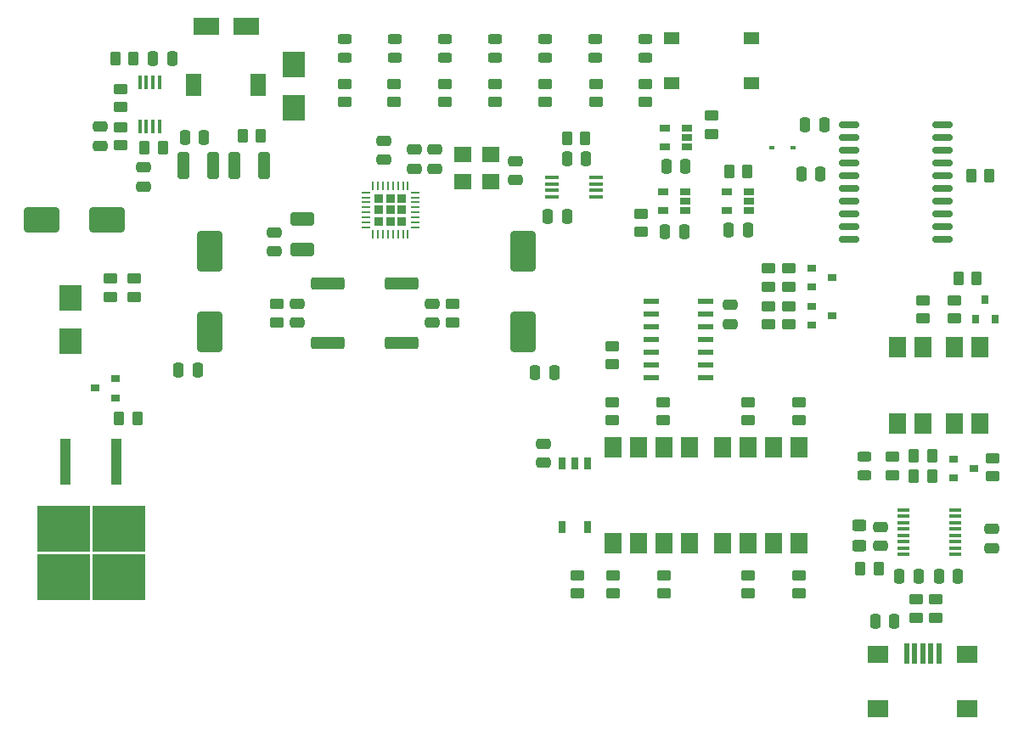
<source format=gbr>
%TF.GenerationSoftware,KiCad,Pcbnew,(6.0.4)*%
%TF.CreationDate,2022-07-31T14:49:55+02:00*%
%TF.ProjectId,HPDriver,48504472-6976-4657-922e-6b696361645f,1.0*%
%TF.SameCoordinates,Original*%
%TF.FileFunction,Paste,Top*%
%TF.FilePolarity,Positive*%
%FSLAX46Y46*%
G04 Gerber Fmt 4.6, Leading zero omitted, Abs format (unit mm)*
G04 Created by KiCad (PCBNEW (6.0.4)) date 2022-07-31 14:49:55*
%MOMM*%
%LPD*%
G01*
G04 APERTURE LIST*
G04 Aperture macros list*
%AMRoundRect*
0 Rectangle with rounded corners*
0 $1 Rounding radius*
0 $2 $3 $4 $5 $6 $7 $8 $9 X,Y pos of 4 corners*
0 Add a 4 corners polygon primitive as box body*
4,1,4,$2,$3,$4,$5,$6,$7,$8,$9,$2,$3,0*
0 Add four circle primitives for the rounded corners*
1,1,$1+$1,$2,$3*
1,1,$1+$1,$4,$5*
1,1,$1+$1,$6,$7*
1,1,$1+$1,$8,$9*
0 Add four rect primitives between the rounded corners*
20,1,$1+$1,$2,$3,$4,$5,0*
20,1,$1+$1,$4,$5,$6,$7,0*
20,1,$1+$1,$6,$7,$8,$9,0*
20,1,$1+$1,$8,$9,$2,$3,0*%
G04 Aperture macros list end*
%ADD10RoundRect,0.250000X-0.325000X-1.100000X0.325000X-1.100000X0.325000X1.100000X-0.325000X1.100000X0*%
%ADD11RoundRect,0.250000X0.325000X1.100000X-0.325000X1.100000X-0.325000X-1.100000X0.325000X-1.100000X0*%
%ADD12RoundRect,0.250000X0.925000X-0.412500X0.925000X0.412500X-0.925000X0.412500X-0.925000X-0.412500X0*%
%ADD13RoundRect,0.250000X1.000000X-1.750000X1.000000X1.750000X-1.000000X1.750000X-1.000000X-1.750000X0*%
%ADD14RoundRect,0.250000X1.500000X1.000000X-1.500000X1.000000X-1.500000X-1.000000X1.500000X-1.000000X0*%
%ADD15RoundRect,0.249999X-0.450001X0.325001X-0.450001X-0.325001X0.450001X-0.325001X0.450001X0.325001X0*%
%ADD16RoundRect,0.250000X0.475000X-0.250000X0.475000X0.250000X-0.475000X0.250000X-0.475000X-0.250000X0*%
%ADD17RoundRect,0.250000X-0.475000X0.250000X-0.475000X-0.250000X0.475000X-0.250000X0.475000X0.250000X0*%
%ADD18RoundRect,0.250000X0.250000X0.475000X-0.250000X0.475000X-0.250000X-0.475000X0.250000X-0.475000X0*%
%ADD19RoundRect,0.250000X-0.250000X-0.475000X0.250000X-0.475000X0.250000X0.475000X-0.250000X0.475000X0*%
%ADD20R,2.500000X1.800000*%
%ADD21R,2.300000X2.500000*%
%ADD22RoundRect,0.243750X-0.456250X0.243750X-0.456250X-0.243750X0.456250X-0.243750X0.456250X0.243750X0*%
%ADD23R,0.900000X0.800000*%
%ADD24R,0.600000X0.450000*%
%ADD25R,0.500000X2.000000*%
%ADD26R,2.000000X1.700000*%
%ADD27R,5.250000X4.550000*%
%ADD28R,1.100000X4.600000*%
%ADD29RoundRect,0.249900X1.425100X-0.362600X1.425100X0.362600X-1.425100X0.362600X-1.425100X-0.362600X0*%
%ADD30RoundRect,0.250000X-0.450000X0.262500X-0.450000X-0.262500X0.450000X-0.262500X0.450000X0.262500X0*%
%ADD31RoundRect,0.250000X-0.262500X-0.450000X0.262500X-0.450000X0.262500X0.450000X-0.262500X0.450000X0*%
%ADD32R,0.450000X1.450000*%
%ADD33RoundRect,0.232500X-0.232500X-0.232500X0.232500X-0.232500X0.232500X0.232500X-0.232500X0.232500X0*%
%ADD34RoundRect,0.062500X-0.375000X-0.062500X0.375000X-0.062500X0.375000X0.062500X-0.375000X0.062500X0*%
%ADD35RoundRect,0.062500X-0.062500X-0.375000X0.062500X-0.375000X0.062500X0.375000X-0.062500X0.375000X0*%
%ADD36R,1.200000X0.400000*%
%ADD37R,1.780000X2.000000*%
%ADD38R,0.800000X1.200000*%
%ADD39R,1.500000X0.600000*%
%ADD40R,1.450000X0.450000*%
%ADD41RoundRect,0.150000X-0.875000X-0.150000X0.875000X-0.150000X0.875000X0.150000X-0.875000X0.150000X0*%
%ADD42R,1.060000X0.650000*%
%ADD43R,0.800000X0.900000*%
%ADD44RoundRect,0.250000X0.450000X-0.262500X0.450000X0.262500X-0.450000X0.262500X-0.450000X-0.262500X0*%
%ADD45RoundRect,0.250000X0.262500X0.450000X-0.262500X0.450000X-0.262500X-0.450000X0.262500X-0.450000X0*%
%ADD46R,1.800000X1.540000*%
%ADD47R,1.500000X2.200000*%
%ADD48RoundRect,0.243750X0.456250X-0.243750X0.456250X0.243750X-0.456250X0.243750X-0.456250X-0.243750X0*%
%ADD49R,1.550000X1.300000*%
%ADD50RoundRect,0.250100X-0.449900X0.262400X-0.449900X-0.262400X0.449900X-0.262400X0.449900X0.262400X0*%
G04 APERTURE END LIST*
D10*
X100887000Y-83439000D03*
X103837000Y-83439000D03*
D11*
X108917000Y-83439000D03*
X105967000Y-83439000D03*
D12*
X112776000Y-91834500D03*
X112776000Y-88759500D03*
D13*
X103505000Y-100012000D03*
X103505000Y-92012000D03*
X134747000Y-100012000D03*
X134747000Y-92012000D03*
D14*
X93293000Y-88900000D03*
X86793000Y-88900000D03*
D15*
X168275000Y-119362000D03*
X168275000Y-121412000D03*
D16*
X181483000Y-121600000D03*
X181483000Y-119700000D03*
D17*
X155448000Y-97348000D03*
X155448000Y-99248000D03*
D18*
X164399000Y-84328000D03*
X162499000Y-84328000D03*
D19*
X155260000Y-89916000D03*
X157160000Y-89916000D03*
D20*
X103156000Y-69596000D03*
X107156000Y-69596000D03*
D21*
X111887000Y-77715000D03*
X111887000Y-73415000D03*
D22*
X116967000Y-70817500D03*
X116967000Y-72692500D03*
D23*
X94091000Y-104714000D03*
X92091000Y-105664000D03*
X94091000Y-106614000D03*
D21*
X89662000Y-100956000D03*
X89662000Y-96656000D03*
D22*
X131967000Y-70817500D03*
X131967000Y-72692500D03*
X141967000Y-70817500D03*
X141967000Y-72692500D03*
D24*
X161705000Y-81661000D03*
X159605000Y-81661000D03*
D25*
X173025000Y-132115000D03*
X173825000Y-132115000D03*
X174625000Y-132115000D03*
X175425000Y-132115000D03*
X176225000Y-132115000D03*
D26*
X179075000Y-137665000D03*
X170175000Y-132215000D03*
X179075000Y-132215000D03*
X170175000Y-137665000D03*
D23*
X163592000Y-93665000D03*
X163592000Y-95565000D03*
X165592000Y-94615000D03*
D27*
X88919000Y-119695000D03*
X94469000Y-119695000D03*
X88919000Y-124545000D03*
X94469000Y-124545000D03*
D28*
X94234000Y-112970000D03*
X89154000Y-112970000D03*
D23*
X163592000Y-97475000D03*
X163592000Y-99375000D03*
X165592000Y-98425000D03*
X177689000Y-112715000D03*
X177689000Y-114615000D03*
X179689000Y-113665000D03*
D29*
X115316000Y-101133500D03*
X115316000Y-95208500D03*
X122682000Y-101133500D03*
X122682000Y-95208500D03*
D30*
X143637000Y-101449500D03*
X143637000Y-103274500D03*
D31*
X139159500Y-80772000D03*
X140984500Y-80772000D03*
D32*
X98511000Y-75143000D03*
X97861000Y-75143000D03*
X97211000Y-75143000D03*
X96561000Y-75143000D03*
X96561000Y-79543000D03*
X97211000Y-79543000D03*
X97861000Y-79543000D03*
X98511000Y-79543000D03*
D33*
X120389000Y-89027000D03*
X120389000Y-86727000D03*
X121539000Y-86727000D03*
X121539000Y-87877000D03*
X122689000Y-87877000D03*
X122689000Y-89027000D03*
X121539000Y-89027000D03*
X122689000Y-86727000D03*
X120389000Y-87877000D03*
D34*
X119101500Y-86127000D03*
X119101500Y-86627000D03*
X119101500Y-87127000D03*
X119101500Y-87627000D03*
X119101500Y-88127000D03*
X119101500Y-88627000D03*
X119101500Y-89127000D03*
X119101500Y-89627000D03*
D35*
X119789000Y-90314500D03*
X120289000Y-90314500D03*
X120789000Y-90314500D03*
X121289000Y-90314500D03*
X121789000Y-90314500D03*
X122289000Y-90314500D03*
X122789000Y-90314500D03*
X123289000Y-90314500D03*
D34*
X123976500Y-89627000D03*
X123976500Y-89127000D03*
X123976500Y-88627000D03*
X123976500Y-88127000D03*
X123976500Y-87627000D03*
X123976500Y-87127000D03*
X123976500Y-86627000D03*
X123976500Y-86127000D03*
D35*
X123289000Y-85439500D03*
X122789000Y-85439500D03*
X122289000Y-85439500D03*
X121789000Y-85439500D03*
X121289000Y-85439500D03*
X120789000Y-85439500D03*
X120289000Y-85439500D03*
X119789000Y-85439500D03*
D36*
X177860000Y-122237500D03*
X177860000Y-121602500D03*
X177860000Y-120967500D03*
X177860000Y-120332500D03*
X177860000Y-119697500D03*
X177860000Y-119062500D03*
X177860000Y-118427500D03*
X177860000Y-117792500D03*
X172660000Y-117792500D03*
X172660000Y-118427500D03*
X172660000Y-119062500D03*
X172660000Y-119697500D03*
X172660000Y-120332500D03*
X172660000Y-120967500D03*
X172660000Y-121602500D03*
X172660000Y-122237500D03*
D37*
X177800000Y-109220000D03*
X180340000Y-109220000D03*
X180340000Y-101600000D03*
X177800000Y-101600000D03*
X174625000Y-101600000D03*
X172085000Y-101600000D03*
X172085000Y-109220000D03*
X174625000Y-109220000D03*
D38*
X138684000Y-119482000D03*
X141224000Y-119482000D03*
X141224000Y-113182000D03*
X139954000Y-113182000D03*
X138684000Y-113182000D03*
D37*
X143764000Y-121097000D03*
X146304000Y-121097000D03*
X148844000Y-121097000D03*
X151384000Y-121097000D03*
X151384000Y-111567000D03*
X148844000Y-111567000D03*
X146304000Y-111567000D03*
X143764000Y-111567000D03*
X162306000Y-111567000D03*
X159766000Y-111567000D03*
X157226000Y-111567000D03*
X154686000Y-111567000D03*
X154686000Y-121097000D03*
X157226000Y-121097000D03*
X159766000Y-121097000D03*
X162306000Y-121097000D03*
D39*
X147541000Y-97028000D03*
X147541000Y-98298000D03*
X147541000Y-99568000D03*
X147541000Y-100838000D03*
X147541000Y-102108000D03*
X147541000Y-103378000D03*
X147541000Y-104648000D03*
X152941000Y-104648000D03*
X152941000Y-103378000D03*
X152941000Y-102108000D03*
X152941000Y-100838000D03*
X152941000Y-99568000D03*
X152941000Y-98298000D03*
X152941000Y-97028000D03*
D40*
X142027000Y-86573000D03*
X142027000Y-85923000D03*
X142027000Y-85273000D03*
X142027000Y-84623000D03*
X137627000Y-84623000D03*
X137627000Y-85273000D03*
X137627000Y-85923000D03*
X137627000Y-86573000D03*
D41*
X167308000Y-79375000D03*
X167308000Y-80645000D03*
X167308000Y-81915000D03*
X167308000Y-83185000D03*
X167308000Y-84455000D03*
X167308000Y-85725000D03*
X167308000Y-86995000D03*
X167308000Y-88265000D03*
X167308000Y-89535000D03*
X167308000Y-90805000D03*
X176608000Y-90805000D03*
X176608000Y-89535000D03*
X176608000Y-88265000D03*
X176608000Y-86995000D03*
X176608000Y-85725000D03*
X176608000Y-84455000D03*
X176608000Y-83185000D03*
X176608000Y-81915000D03*
X176608000Y-80645000D03*
X176608000Y-79375000D03*
D42*
X151087000Y-81595000D03*
X151087000Y-80645000D03*
X151087000Y-79695000D03*
X148887000Y-79695000D03*
X148887000Y-81595000D03*
X150960000Y-87945000D03*
X150960000Y-86995000D03*
X150960000Y-86045000D03*
X148760000Y-86045000D03*
X148760000Y-87945000D03*
X157310000Y-87945000D03*
X157310000Y-86995000D03*
X157310000Y-86045000D03*
X155110000Y-86045000D03*
X155110000Y-87945000D03*
D43*
X179898000Y-98790000D03*
X181798000Y-98790000D03*
X180848000Y-96790000D03*
D19*
X148910000Y-90043000D03*
X150810000Y-90043000D03*
D30*
X159258000Y-97489000D03*
X159258000Y-99314000D03*
D44*
X136953000Y-77112500D03*
X136953000Y-75287500D03*
X121920000Y-75287500D03*
X121920000Y-77112500D03*
D30*
X173990000Y-128547500D03*
X173990000Y-126722500D03*
D31*
X96289500Y-108712000D03*
X94464500Y-108712000D03*
D44*
X127762000Y-97258500D03*
X127762000Y-99083500D03*
X94615000Y-79605500D03*
X94615000Y-81430500D03*
D45*
X94083500Y-72771000D03*
X95908500Y-72771000D03*
D44*
X94615000Y-75795500D03*
X94615000Y-77620500D03*
X110236000Y-97258500D03*
X110236000Y-99083500D03*
X161290000Y-93702500D03*
X161290000Y-95527500D03*
D31*
X108608500Y-80518000D03*
X106783500Y-80518000D03*
D30*
X175895000Y-128547500D03*
X175895000Y-126722500D03*
D44*
X116967000Y-75287500D03*
X116967000Y-77112500D03*
X146986000Y-75287500D03*
X146986000Y-77112500D03*
D18*
X162880000Y-79375000D03*
X164780000Y-79375000D03*
D16*
X136779000Y-111191000D03*
X136779000Y-113091000D03*
D22*
X146967000Y-72692500D03*
X146967000Y-70817500D03*
X126967000Y-72692500D03*
X126967000Y-70817500D03*
X121967000Y-72692500D03*
X121967000Y-70817500D03*
D16*
X125730000Y-97221000D03*
X125730000Y-99121000D03*
X112268000Y-97221000D03*
X112268000Y-99121000D03*
D17*
X125984000Y-83754000D03*
X125984000Y-81854000D03*
D16*
X92583000Y-79568000D03*
X92583000Y-81468000D03*
X109982000Y-90109000D03*
X109982000Y-92009000D03*
D18*
X100396000Y-103886000D03*
X102296000Y-103886000D03*
D19*
X178115000Y-124460000D03*
X176215000Y-124460000D03*
X137856000Y-104140000D03*
X135956000Y-104140000D03*
D17*
X170434000Y-121412000D03*
X170434000Y-119512000D03*
D18*
X169865000Y-128905000D03*
X171765000Y-128905000D03*
D16*
X133985000Y-82997000D03*
X133985000Y-84897000D03*
D19*
X101031000Y-80645000D03*
X102931000Y-80645000D03*
D18*
X172278000Y-124460000D03*
X174178000Y-124460000D03*
D46*
X131575000Y-85033000D03*
X131575000Y-82353000D03*
X128775000Y-82353000D03*
X128775000Y-85033000D03*
D47*
X108356000Y-75438000D03*
X101956000Y-75438000D03*
D30*
X181610000Y-114450500D03*
X181610000Y-112625500D03*
D44*
X131953000Y-75287500D03*
X131953000Y-77112500D03*
X142033000Y-75287500D03*
X142033000Y-77112500D03*
D30*
X143764000Y-126134500D03*
X143764000Y-124309500D03*
X162306000Y-126134500D03*
X162306000Y-124309500D03*
D44*
X148717000Y-107037500D03*
X148717000Y-108862500D03*
D30*
X157226000Y-108862500D03*
X157226000Y-107037500D03*
D44*
X143637000Y-107037500D03*
X143637000Y-108862500D03*
X161290000Y-97489000D03*
X161290000Y-99314000D03*
X177800000Y-96877500D03*
X177800000Y-98702500D03*
D30*
X157226000Y-126134500D03*
X157226000Y-124309500D03*
X174625000Y-98702500D03*
X174625000Y-96877500D03*
D31*
X175537500Y-114427000D03*
X173712500Y-114427000D03*
D30*
X162306000Y-108862500D03*
X162306000Y-107037500D03*
D31*
X175537500Y-112395000D03*
X173712500Y-112395000D03*
D45*
X178157500Y-94742000D03*
X179982500Y-94742000D03*
D30*
X140208000Y-126134500D03*
X140208000Y-124309500D03*
D19*
X99756000Y-72771000D03*
X97856000Y-72771000D03*
D44*
X127000000Y-75287500D03*
X127000000Y-77112500D03*
D30*
X148844000Y-126134500D03*
X148844000Y-124309500D03*
D48*
X168783000Y-112473500D03*
X168783000Y-114348500D03*
D44*
X171577000Y-112498500D03*
X171577000Y-114323500D03*
D16*
X120904000Y-80965000D03*
X120904000Y-82865000D03*
X123952000Y-81854000D03*
X123952000Y-83754000D03*
D31*
X98853000Y-81661000D03*
X97028000Y-81661000D03*
D17*
X96901000Y-85532000D03*
X96901000Y-83632000D03*
D19*
X150937000Y-83566000D03*
X149037000Y-83566000D03*
D30*
X146558000Y-90066500D03*
X146558000Y-88241500D03*
D31*
X157122500Y-84074000D03*
X155297500Y-84074000D03*
D19*
X141031000Y-82804000D03*
X139131000Y-82804000D03*
X139126000Y-88519000D03*
X137226000Y-88519000D03*
D30*
X153543000Y-80287500D03*
X153543000Y-78462500D03*
D44*
X159258000Y-93702500D03*
X159258000Y-95527500D03*
D45*
X179427500Y-84455000D03*
X181252500Y-84455000D03*
D49*
X149568000Y-75275000D03*
X157518000Y-75275000D03*
X157518000Y-70775000D03*
X149568000Y-70775000D03*
D44*
X96012000Y-94718500D03*
X96012000Y-96543500D03*
D50*
X93599000Y-96543500D03*
D30*
X93599000Y-94718500D03*
D45*
X168378500Y-123698000D03*
X170203500Y-123698000D03*
D22*
X136967000Y-72692500D03*
X136967000Y-70817500D03*
M02*

</source>
